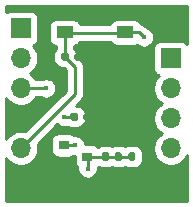
<source format=gbr>
%TF.GenerationSoftware,KiCad,Pcbnew,(5.1.7-0-10_14)*%
%TF.CreationDate,2020-11-09T13:54:58+00:00*%
%TF.ProjectId,STM32G031J6_Breakout,53544d33-3247-4303-9331-4a365f427265,rev?*%
%TF.SameCoordinates,Original*%
%TF.FileFunction,Copper,L2,Bot*%
%TF.FilePolarity,Positive*%
%FSLAX46Y46*%
G04 Gerber Fmt 4.6, Leading zero omitted, Abs format (unit mm)*
G04 Created by KiCad (PCBNEW (5.1.7-0-10_14)) date 2020-11-09 13:54:58*
%MOMM*%
%LPD*%
G01*
G04 APERTURE LIST*
%TA.AperFunction,ComponentPad*%
%ADD10O,1.700000X1.700000*%
%TD*%
%TA.AperFunction,ComponentPad*%
%ADD11R,1.700000X1.700000*%
%TD*%
%TA.AperFunction,SMDPad,CuDef*%
%ADD12R,0.900000X0.800000*%
%TD*%
%TA.AperFunction,SMDPad,CuDef*%
%ADD13R,1.450000X1.000000*%
%TD*%
%TA.AperFunction,ViaPad*%
%ADD14C,0.450000*%
%TD*%
%TA.AperFunction,Conductor*%
%ADD15C,0.250000*%
%TD*%
%TA.AperFunction,Conductor*%
%ADD16C,0.254000*%
%TD*%
%TA.AperFunction,Conductor*%
%ADD17C,0.100000*%
%TD*%
G04 APERTURE END LIST*
D10*
%TO.P,J4,4*%
%TO.N,/PA8*%
X142240000Y-101600000D03*
%TO.P,J4,3*%
%TO.N,/PA12*%
X142240000Y-99060000D03*
%TO.P,J4,2*%
%TO.N,/SWDIO*%
X142240000Y-96520000D03*
D11*
%TO.P,J4,1*%
%TO.N,/SWCLK*%
X142240000Y-93980000D03*
%TD*%
D10*
%TO.P,J1,5*%
%TO.N,/NRST*%
X129540000Y-101600000D03*
%TO.P,J1,4*%
%TO.N,GNDS*%
X129540000Y-99060000D03*
%TO.P,J1,3*%
%TO.N,+3V3*%
X129540000Y-96520000D03*
%TO.P,J1,2*%
%TO.N,/PB7*%
X129540000Y-93980000D03*
D11*
%TO.P,J1,1*%
%TO.N,/VIN*%
X129540000Y-91440000D03*
%TD*%
D12*
%TO.P,U1,3*%
%TO.N,/VIN*%
X133175500Y-101346000D03*
%TO.P,U1,2*%
%TO.N,+3V3*%
X135175500Y-102296000D03*
%TO.P,U1,1*%
%TO.N,GNDS*%
X135175500Y-100396000D03*
%TD*%
D13*
%TO.P,SW1,1*%
%TO.N,GNDS*%
X133251500Y-90082000D03*
X138401500Y-90082000D03*
%TO.P,SW1,2*%
%TO.N,/NRST*%
X138401500Y-91782000D03*
X133251500Y-91782000D03*
%TD*%
%TO.P,C5,2*%
%TO.N,GNDS*%
%TA.AperFunction,SMDPad,CuDef*%
G36*
G01*
X134058000Y-94008000D02*
X134058000Y-93698000D01*
G75*
G02*
X134213000Y-93543000I155000J0D01*
G01*
X134638000Y-93543000D01*
G75*
G02*
X134793000Y-93698000I0J-155000D01*
G01*
X134793000Y-94008000D01*
G75*
G02*
X134638000Y-94163000I-155000J0D01*
G01*
X134213000Y-94163000D01*
G75*
G02*
X134058000Y-94008000I0J155000D01*
G01*
G37*
%TD.AperFunction*%
%TO.P,C5,1*%
%TO.N,/NRST*%
%TA.AperFunction,SMDPad,CuDef*%
G36*
G01*
X132923000Y-94008000D02*
X132923000Y-93698000D01*
G75*
G02*
X133078000Y-93543000I155000J0D01*
G01*
X133503000Y-93543000D01*
G75*
G02*
X133658000Y-93698000I0J-155000D01*
G01*
X133658000Y-94008000D01*
G75*
G02*
X133503000Y-94163000I-155000J0D01*
G01*
X133078000Y-94163000D01*
G75*
G02*
X132923000Y-94008000I0J155000D01*
G01*
G37*
%TD.AperFunction*%
%TD*%
%TO.P,C4,2*%
%TO.N,GNDS*%
%TA.AperFunction,SMDPad,CuDef*%
G36*
G01*
X139093000Y-101527000D02*
X138783000Y-101527000D01*
G75*
G02*
X138628000Y-101372000I0J155000D01*
G01*
X138628000Y-100947000D01*
G75*
G02*
X138783000Y-100792000I155000J0D01*
G01*
X139093000Y-100792000D01*
G75*
G02*
X139248000Y-100947000I0J-155000D01*
G01*
X139248000Y-101372000D01*
G75*
G02*
X139093000Y-101527000I-155000J0D01*
G01*
G37*
%TD.AperFunction*%
%TO.P,C4,1*%
%TO.N,+3V3*%
%TA.AperFunction,SMDPad,CuDef*%
G36*
G01*
X139093000Y-102662000D02*
X138783000Y-102662000D01*
G75*
G02*
X138628000Y-102507000I0J155000D01*
G01*
X138628000Y-102082000D01*
G75*
G02*
X138783000Y-101927000I155000J0D01*
G01*
X139093000Y-101927000D01*
G75*
G02*
X139248000Y-102082000I0J-155000D01*
G01*
X139248000Y-102507000D01*
G75*
G02*
X139093000Y-102662000I-155000J0D01*
G01*
G37*
%TD.AperFunction*%
%TD*%
%TO.P,C3,2*%
%TO.N,GNDS*%
%TA.AperFunction,SMDPad,CuDef*%
G36*
G01*
X137950000Y-101527000D02*
X137640000Y-101527000D01*
G75*
G02*
X137485000Y-101372000I0J155000D01*
G01*
X137485000Y-100947000D01*
G75*
G02*
X137640000Y-100792000I155000J0D01*
G01*
X137950000Y-100792000D01*
G75*
G02*
X138105000Y-100947000I0J-155000D01*
G01*
X138105000Y-101372000D01*
G75*
G02*
X137950000Y-101527000I-155000J0D01*
G01*
G37*
%TD.AperFunction*%
%TO.P,C3,1*%
%TO.N,+3V3*%
%TA.AperFunction,SMDPad,CuDef*%
G36*
G01*
X137950000Y-102662000D02*
X137640000Y-102662000D01*
G75*
G02*
X137485000Y-102507000I0J155000D01*
G01*
X137485000Y-102082000D01*
G75*
G02*
X137640000Y-101927000I155000J0D01*
G01*
X137950000Y-101927000D01*
G75*
G02*
X138105000Y-102082000I0J-155000D01*
G01*
X138105000Y-102507000D01*
G75*
G02*
X137950000Y-102662000I-155000J0D01*
G01*
G37*
%TD.AperFunction*%
%TD*%
%TO.P,C2,2*%
%TO.N,GNDS*%
%TA.AperFunction,SMDPad,CuDef*%
G36*
G01*
X136870500Y-101527000D02*
X136560500Y-101527000D01*
G75*
G02*
X136405500Y-101372000I0J155000D01*
G01*
X136405500Y-100947000D01*
G75*
G02*
X136560500Y-100792000I155000J0D01*
G01*
X136870500Y-100792000D01*
G75*
G02*
X137025500Y-100947000I0J-155000D01*
G01*
X137025500Y-101372000D01*
G75*
G02*
X136870500Y-101527000I-155000J0D01*
G01*
G37*
%TD.AperFunction*%
%TO.P,C2,1*%
%TO.N,+3V3*%
%TA.AperFunction,SMDPad,CuDef*%
G36*
G01*
X136870500Y-102662000D02*
X136560500Y-102662000D01*
G75*
G02*
X136405500Y-102507000I0J155000D01*
G01*
X136405500Y-102082000D01*
G75*
G02*
X136560500Y-101927000I155000J0D01*
G01*
X136870500Y-101927000D01*
G75*
G02*
X137025500Y-102082000I0J-155000D01*
G01*
X137025500Y-102507000D01*
G75*
G02*
X136870500Y-102662000I-155000J0D01*
G01*
G37*
%TD.AperFunction*%
%TD*%
%TO.P,C1,2*%
%TO.N,GNDS*%
%TA.AperFunction,SMDPad,CuDef*%
G36*
G01*
X134820000Y-99088000D02*
X134820000Y-98778000D01*
G75*
G02*
X134975000Y-98623000I155000J0D01*
G01*
X135400000Y-98623000D01*
G75*
G02*
X135555000Y-98778000I0J-155000D01*
G01*
X135555000Y-99088000D01*
G75*
G02*
X135400000Y-99243000I-155000J0D01*
G01*
X134975000Y-99243000D01*
G75*
G02*
X134820000Y-99088000I0J155000D01*
G01*
G37*
%TD.AperFunction*%
%TO.P,C1,1*%
%TO.N,/VIN*%
%TA.AperFunction,SMDPad,CuDef*%
G36*
G01*
X133685000Y-99088000D02*
X133685000Y-98778000D01*
G75*
G02*
X133840000Y-98623000I155000J0D01*
G01*
X134265000Y-98623000D01*
G75*
G02*
X134420000Y-98778000I0J-155000D01*
G01*
X134420000Y-99088000D01*
G75*
G02*
X134265000Y-99243000I-155000J0D01*
G01*
X133840000Y-99243000D01*
G75*
G02*
X133685000Y-99088000I0J155000D01*
G01*
G37*
%TD.AperFunction*%
%TD*%
D14*
%TO.N,GNDS*%
X135255000Y-95123000D03*
X135890000Y-90932000D03*
X136461506Y-103759000D03*
%TO.N,+3V3*%
X135191500Y-103314500D03*
X131699000Y-96520000D03*
%TO.N,/NRST*%
X139954000Y-92202000D03*
%TO.N,/VIN*%
X134112000Y-101346000D03*
X133223000Y-98933000D03*
%TD*%
D15*
%TO.N,/NRST*%
X135534400Y-91821000D02*
X138401500Y-91821000D01*
X133251500Y-91821000D02*
X135534400Y-91821000D01*
X133251500Y-93814000D02*
X133290500Y-93853000D01*
X133251500Y-91782000D02*
X133251500Y-93814000D01*
%TO.N,/SWCLK*%
X142113000Y-93853000D02*
X142240000Y-93980000D01*
%TO.N,+3V3*%
X137603000Y-102296000D02*
X137604500Y-102294500D01*
X135175500Y-102296000D02*
X136714000Y-102296000D01*
X136715500Y-102294500D02*
X138938000Y-102294500D01*
X135191500Y-102312000D02*
X135175500Y-102296000D01*
X135191500Y-103314500D02*
X135191500Y-102312000D01*
X135109500Y-102362000D02*
X135175500Y-102296000D01*
X129540000Y-96520000D02*
X131699000Y-96520000D01*
%TO.N,/NRST*%
X139534000Y-91782000D02*
X138401500Y-91782000D01*
X139954000Y-92202000D02*
X139534000Y-91782000D01*
X134112000Y-97028000D02*
X129540000Y-101600000D01*
X134112000Y-94674500D02*
X134112000Y-97028000D01*
X133290500Y-93853000D02*
X134112000Y-94674500D01*
%TO.N,/VIN*%
X133175500Y-101346000D02*
X134112000Y-101346000D01*
X134052500Y-98933000D02*
X133223000Y-98933000D01*
%TD*%
D16*
%TO.N,GNDS*%
X143612000Y-92765104D02*
X143541185Y-92678815D01*
X143444494Y-92599463D01*
X143334180Y-92540498D01*
X143214482Y-92504188D01*
X143090000Y-92491928D01*
X141390000Y-92491928D01*
X141265518Y-92504188D01*
X141145820Y-92540498D01*
X141035506Y-92599463D01*
X140938815Y-92678815D01*
X140859463Y-92775506D01*
X140800498Y-92885820D01*
X140764188Y-93005518D01*
X140751928Y-93130000D01*
X140751928Y-94830000D01*
X140764188Y-94954482D01*
X140800498Y-95074180D01*
X140859463Y-95184494D01*
X140938815Y-95281185D01*
X141035506Y-95360537D01*
X141145820Y-95419502D01*
X141218380Y-95441513D01*
X141086525Y-95573368D01*
X140924010Y-95816589D01*
X140812068Y-96086842D01*
X140755000Y-96373740D01*
X140755000Y-96666260D01*
X140812068Y-96953158D01*
X140924010Y-97223411D01*
X141086525Y-97466632D01*
X141293368Y-97673475D01*
X141467760Y-97790000D01*
X141293368Y-97906525D01*
X141086525Y-98113368D01*
X140924010Y-98356589D01*
X140812068Y-98626842D01*
X140755000Y-98913740D01*
X140755000Y-99206260D01*
X140812068Y-99493158D01*
X140924010Y-99763411D01*
X141086525Y-100006632D01*
X141293368Y-100213475D01*
X141467760Y-100330000D01*
X141293368Y-100446525D01*
X141086525Y-100653368D01*
X140924010Y-100896589D01*
X140812068Y-101166842D01*
X140755000Y-101453740D01*
X140755000Y-101746260D01*
X140812068Y-102033158D01*
X140924010Y-102303411D01*
X141086525Y-102546632D01*
X141293368Y-102753475D01*
X141536589Y-102915990D01*
X141806842Y-103027932D01*
X142093740Y-103085000D01*
X142386260Y-103085000D01*
X142673158Y-103027932D01*
X142943411Y-102915990D01*
X143186632Y-102753475D01*
X143393475Y-102546632D01*
X143555990Y-102303411D01*
X143612001Y-102168189D01*
X143612001Y-106020000D01*
X128295000Y-106020000D01*
X128295000Y-102409655D01*
X128386525Y-102546632D01*
X128593368Y-102753475D01*
X128836589Y-102915990D01*
X129106842Y-103027932D01*
X129393740Y-103085000D01*
X129686260Y-103085000D01*
X129973158Y-103027932D01*
X130243411Y-102915990D01*
X130486632Y-102753475D01*
X130693475Y-102546632D01*
X130855990Y-102303411D01*
X130967932Y-102033158D01*
X131025000Y-101746260D01*
X131025000Y-101453740D01*
X130981209Y-101233592D01*
X131268801Y-100946000D01*
X132087428Y-100946000D01*
X132087428Y-101746000D01*
X132099688Y-101870482D01*
X132135998Y-101990180D01*
X132194963Y-102100494D01*
X132274315Y-102197185D01*
X132371006Y-102276537D01*
X132481320Y-102335502D01*
X132601018Y-102371812D01*
X132725500Y-102384072D01*
X133625500Y-102384072D01*
X133749982Y-102371812D01*
X133869680Y-102335502D01*
X133979994Y-102276537D01*
X134065944Y-102206000D01*
X134087428Y-102206000D01*
X134087428Y-102696000D01*
X134099688Y-102820482D01*
X134135998Y-102940180D01*
X134194963Y-103050494D01*
X134274315Y-103147185D01*
X134337601Y-103199123D01*
X134331500Y-103229797D01*
X134331500Y-103399203D01*
X134364549Y-103565353D01*
X134429378Y-103721863D01*
X134523495Y-103862718D01*
X134643282Y-103982505D01*
X134784137Y-104076622D01*
X134940647Y-104141451D01*
X135106797Y-104174500D01*
X135276203Y-104174500D01*
X135442353Y-104141451D01*
X135598863Y-104076622D01*
X135739718Y-103982505D01*
X135859505Y-103862718D01*
X135953622Y-103721863D01*
X136018451Y-103565353D01*
X136051500Y-103399203D01*
X136051500Y-103229797D01*
X136040908Y-103176546D01*
X136076685Y-103147185D01*
X136084644Y-103137487D01*
X136119893Y-103166415D01*
X136257004Y-103239703D01*
X136405779Y-103284833D01*
X136560500Y-103300072D01*
X136870500Y-103300072D01*
X137025221Y-103284833D01*
X137173996Y-103239703D01*
X137255250Y-103196271D01*
X137336504Y-103239703D01*
X137485279Y-103284833D01*
X137640000Y-103300072D01*
X137950000Y-103300072D01*
X138104721Y-103284833D01*
X138253496Y-103239703D01*
X138366500Y-103179301D01*
X138479504Y-103239703D01*
X138628279Y-103284833D01*
X138783000Y-103300072D01*
X139093000Y-103300072D01*
X139247721Y-103284833D01*
X139396496Y-103239703D01*
X139533607Y-103166415D01*
X139653787Y-103067787D01*
X139752415Y-102947607D01*
X139825703Y-102810496D01*
X139870833Y-102661721D01*
X139886072Y-102507000D01*
X139886072Y-102082000D01*
X139870833Y-101927279D01*
X139825703Y-101778504D01*
X139752415Y-101641393D01*
X139653787Y-101521213D01*
X139533607Y-101422585D01*
X139396496Y-101349297D01*
X139247721Y-101304167D01*
X139093000Y-101288928D01*
X138783000Y-101288928D01*
X138628279Y-101304167D01*
X138479504Y-101349297D01*
X138366500Y-101409699D01*
X138253496Y-101349297D01*
X138104721Y-101304167D01*
X137950000Y-101288928D01*
X137640000Y-101288928D01*
X137485279Y-101304167D01*
X137336504Y-101349297D01*
X137255250Y-101392729D01*
X137173996Y-101349297D01*
X137025221Y-101304167D01*
X136870500Y-101288928D01*
X136560500Y-101288928D01*
X136405779Y-101304167D01*
X136257004Y-101349297D01*
X136119893Y-101422585D01*
X136083173Y-101452720D01*
X136076685Y-101444815D01*
X135979994Y-101365463D01*
X135869680Y-101306498D01*
X135749982Y-101270188D01*
X135625500Y-101257928D01*
X134971330Y-101257928D01*
X134938951Y-101095147D01*
X134874122Y-100938637D01*
X134780005Y-100797782D01*
X134660218Y-100677995D01*
X134519363Y-100583878D01*
X134362853Y-100519049D01*
X134196703Y-100486000D01*
X134065944Y-100486000D01*
X133979994Y-100415463D01*
X133869680Y-100356498D01*
X133749982Y-100320188D01*
X133625500Y-100307928D01*
X132725500Y-100307928D01*
X132601018Y-100320188D01*
X132481320Y-100356498D01*
X132371006Y-100415463D01*
X132274315Y-100494815D01*
X132194963Y-100591506D01*
X132135998Y-100701820D01*
X132099688Y-100821518D01*
X132087428Y-100946000D01*
X131268801Y-100946000D01*
X132644290Y-99570513D01*
X132674782Y-99601005D01*
X132815637Y-99695122D01*
X132972147Y-99759951D01*
X133138297Y-99793000D01*
X133307703Y-99793000D01*
X133436679Y-99767345D01*
X133536504Y-99820703D01*
X133685279Y-99865833D01*
X133840000Y-99881072D01*
X134265000Y-99881072D01*
X134419721Y-99865833D01*
X134568496Y-99820703D01*
X134705607Y-99747415D01*
X134825787Y-99648787D01*
X134924415Y-99528607D01*
X134997703Y-99391496D01*
X135042833Y-99242721D01*
X135058072Y-99088000D01*
X135058072Y-98778000D01*
X135042833Y-98623279D01*
X134997703Y-98474504D01*
X134924415Y-98337393D01*
X134825787Y-98217213D01*
X134705607Y-98118585D01*
X134568496Y-98045297D01*
X134419721Y-98000167D01*
X134265000Y-97984928D01*
X134229875Y-97984928D01*
X134623008Y-97591795D01*
X134652001Y-97568001D01*
X134675795Y-97539008D01*
X134675799Y-97539004D01*
X134746973Y-97452277D01*
X134746974Y-97452276D01*
X134817546Y-97320247D01*
X134861003Y-97176986D01*
X134872000Y-97065333D01*
X134872000Y-97065324D01*
X134875676Y-97028001D01*
X134872000Y-96990678D01*
X134872000Y-94711822D01*
X134875676Y-94674499D01*
X134872000Y-94637176D01*
X134872000Y-94637167D01*
X134861003Y-94525514D01*
X134817546Y-94382253D01*
X134746974Y-94250224D01*
X134733811Y-94234185D01*
X134675799Y-94163496D01*
X134675795Y-94163492D01*
X134652001Y-94134499D01*
X134623009Y-94110706D01*
X134296072Y-93783770D01*
X134296072Y-93698000D01*
X134280833Y-93543279D01*
X134235703Y-93394504D01*
X134162415Y-93257393D01*
X134063787Y-93137213D01*
X134011500Y-93094303D01*
X134011500Y-92916625D01*
X134100982Y-92907812D01*
X134220680Y-92871502D01*
X134330994Y-92812537D01*
X134427685Y-92733185D01*
X134507037Y-92636494D01*
X134536700Y-92581000D01*
X137116300Y-92581000D01*
X137145963Y-92636494D01*
X137225315Y-92733185D01*
X137322006Y-92812537D01*
X137432320Y-92871502D01*
X137552018Y-92907812D01*
X137676500Y-92920072D01*
X139126500Y-92920072D01*
X139250982Y-92907812D01*
X139370680Y-92871502D01*
X139394530Y-92858753D01*
X139405782Y-92870005D01*
X139546637Y-92964122D01*
X139703147Y-93028951D01*
X139869297Y-93062000D01*
X140038703Y-93062000D01*
X140204853Y-93028951D01*
X140361363Y-92964122D01*
X140502218Y-92870005D01*
X140622005Y-92750218D01*
X140716122Y-92609363D01*
X140780951Y-92452853D01*
X140814000Y-92286703D01*
X140814000Y-92117297D01*
X140780951Y-91951147D01*
X140716122Y-91794637D01*
X140622005Y-91653782D01*
X140502218Y-91533995D01*
X140361363Y-91439878D01*
X140204853Y-91375049D01*
X140201104Y-91374303D01*
X140097804Y-91271003D01*
X140074001Y-91241999D01*
X139958276Y-91147026D01*
X139826247Y-91076454D01*
X139717737Y-91043538D01*
X139716002Y-91037820D01*
X139657037Y-90927506D01*
X139577685Y-90830815D01*
X139480994Y-90751463D01*
X139370680Y-90692498D01*
X139250982Y-90656188D01*
X139126500Y-90643928D01*
X137676500Y-90643928D01*
X137552018Y-90656188D01*
X137432320Y-90692498D01*
X137322006Y-90751463D01*
X137225315Y-90830815D01*
X137145963Y-90927506D01*
X137086998Y-91037820D01*
X137079966Y-91061000D01*
X134573034Y-91061000D01*
X134566002Y-91037820D01*
X134507037Y-90927506D01*
X134427685Y-90830815D01*
X134330994Y-90751463D01*
X134220680Y-90692498D01*
X134100982Y-90656188D01*
X133976500Y-90643928D01*
X132526500Y-90643928D01*
X132402018Y-90656188D01*
X132282320Y-90692498D01*
X132172006Y-90751463D01*
X132075315Y-90830815D01*
X131995963Y-90927506D01*
X131936998Y-91037820D01*
X131900688Y-91157518D01*
X131888428Y-91282000D01*
X131888428Y-92282000D01*
X131900688Y-92406482D01*
X131936998Y-92526180D01*
X131995963Y-92636494D01*
X132075315Y-92733185D01*
X132172006Y-92812537D01*
X132282320Y-92871502D01*
X132402018Y-92907812D01*
X132491501Y-92916625D01*
X132491501Y-93168544D01*
X132418585Y-93257393D01*
X132345297Y-93394504D01*
X132300167Y-93543279D01*
X132284928Y-93698000D01*
X132284928Y-94008000D01*
X132300167Y-94162721D01*
X132345297Y-94311496D01*
X132418585Y-94448607D01*
X132517213Y-94568787D01*
X132637393Y-94667415D01*
X132774504Y-94740703D01*
X132923279Y-94785833D01*
X133078000Y-94801072D01*
X133163770Y-94801072D01*
X133352000Y-94989303D01*
X133352001Y-96713196D01*
X129906408Y-100158791D01*
X129686260Y-100115000D01*
X129393740Y-100115000D01*
X129106842Y-100172068D01*
X128836589Y-100284010D01*
X128593368Y-100446525D01*
X128386525Y-100653368D01*
X128295000Y-100790345D01*
X128295000Y-97329655D01*
X128386525Y-97466632D01*
X128593368Y-97673475D01*
X128836589Y-97835990D01*
X129106842Y-97947932D01*
X129393740Y-98005000D01*
X129686260Y-98005000D01*
X129973158Y-97947932D01*
X130243411Y-97835990D01*
X130486632Y-97673475D01*
X130693475Y-97466632D01*
X130818178Y-97280000D01*
X131288461Y-97280000D01*
X131291637Y-97282122D01*
X131448147Y-97346951D01*
X131614297Y-97380000D01*
X131783703Y-97380000D01*
X131949853Y-97346951D01*
X132106363Y-97282122D01*
X132247218Y-97188005D01*
X132367005Y-97068218D01*
X132461122Y-96927363D01*
X132525951Y-96770853D01*
X132559000Y-96604703D01*
X132559000Y-96435297D01*
X132525951Y-96269147D01*
X132461122Y-96112637D01*
X132367005Y-95971782D01*
X132247218Y-95851995D01*
X132106363Y-95757878D01*
X131949853Y-95693049D01*
X131783703Y-95660000D01*
X131614297Y-95660000D01*
X131448147Y-95693049D01*
X131291637Y-95757878D01*
X131288461Y-95760000D01*
X130818178Y-95760000D01*
X130693475Y-95573368D01*
X130486632Y-95366525D01*
X130312240Y-95250000D01*
X130486632Y-95133475D01*
X130693475Y-94926632D01*
X130855990Y-94683411D01*
X130967932Y-94413158D01*
X131025000Y-94126260D01*
X131025000Y-93833740D01*
X130967932Y-93546842D01*
X130855990Y-93276589D01*
X130693475Y-93033368D01*
X130561620Y-92901513D01*
X130634180Y-92879502D01*
X130744494Y-92820537D01*
X130841185Y-92741185D01*
X130920537Y-92644494D01*
X130979502Y-92534180D01*
X131015812Y-92414482D01*
X131028072Y-92290000D01*
X131028072Y-90590000D01*
X131015812Y-90465518D01*
X130979502Y-90345820D01*
X130920537Y-90235506D01*
X130841185Y-90138815D01*
X130744494Y-90059463D01*
X130634180Y-90000498D01*
X130514482Y-89964188D01*
X130390000Y-89951928D01*
X128690000Y-89951928D01*
X128565518Y-89964188D01*
X128445820Y-90000498D01*
X128335506Y-90059463D01*
X128295000Y-90092705D01*
X128295000Y-89560000D01*
X143612000Y-89560000D01*
X143612000Y-92765104D01*
%TA.AperFunction,Conductor*%
D17*
G36*
X143612000Y-92765104D02*
G01*
X143541185Y-92678815D01*
X143444494Y-92599463D01*
X143334180Y-92540498D01*
X143214482Y-92504188D01*
X143090000Y-92491928D01*
X141390000Y-92491928D01*
X141265518Y-92504188D01*
X141145820Y-92540498D01*
X141035506Y-92599463D01*
X140938815Y-92678815D01*
X140859463Y-92775506D01*
X140800498Y-92885820D01*
X140764188Y-93005518D01*
X140751928Y-93130000D01*
X140751928Y-94830000D01*
X140764188Y-94954482D01*
X140800498Y-95074180D01*
X140859463Y-95184494D01*
X140938815Y-95281185D01*
X141035506Y-95360537D01*
X141145820Y-95419502D01*
X141218380Y-95441513D01*
X141086525Y-95573368D01*
X140924010Y-95816589D01*
X140812068Y-96086842D01*
X140755000Y-96373740D01*
X140755000Y-96666260D01*
X140812068Y-96953158D01*
X140924010Y-97223411D01*
X141086525Y-97466632D01*
X141293368Y-97673475D01*
X141467760Y-97790000D01*
X141293368Y-97906525D01*
X141086525Y-98113368D01*
X140924010Y-98356589D01*
X140812068Y-98626842D01*
X140755000Y-98913740D01*
X140755000Y-99206260D01*
X140812068Y-99493158D01*
X140924010Y-99763411D01*
X141086525Y-100006632D01*
X141293368Y-100213475D01*
X141467760Y-100330000D01*
X141293368Y-100446525D01*
X141086525Y-100653368D01*
X140924010Y-100896589D01*
X140812068Y-101166842D01*
X140755000Y-101453740D01*
X140755000Y-101746260D01*
X140812068Y-102033158D01*
X140924010Y-102303411D01*
X141086525Y-102546632D01*
X141293368Y-102753475D01*
X141536589Y-102915990D01*
X141806842Y-103027932D01*
X142093740Y-103085000D01*
X142386260Y-103085000D01*
X142673158Y-103027932D01*
X142943411Y-102915990D01*
X143186632Y-102753475D01*
X143393475Y-102546632D01*
X143555990Y-102303411D01*
X143612001Y-102168189D01*
X143612001Y-106020000D01*
X128295000Y-106020000D01*
X128295000Y-102409655D01*
X128386525Y-102546632D01*
X128593368Y-102753475D01*
X128836589Y-102915990D01*
X129106842Y-103027932D01*
X129393740Y-103085000D01*
X129686260Y-103085000D01*
X129973158Y-103027932D01*
X130243411Y-102915990D01*
X130486632Y-102753475D01*
X130693475Y-102546632D01*
X130855990Y-102303411D01*
X130967932Y-102033158D01*
X131025000Y-101746260D01*
X131025000Y-101453740D01*
X130981209Y-101233592D01*
X131268801Y-100946000D01*
X132087428Y-100946000D01*
X132087428Y-101746000D01*
X132099688Y-101870482D01*
X132135998Y-101990180D01*
X132194963Y-102100494D01*
X132274315Y-102197185D01*
X132371006Y-102276537D01*
X132481320Y-102335502D01*
X132601018Y-102371812D01*
X132725500Y-102384072D01*
X133625500Y-102384072D01*
X133749982Y-102371812D01*
X133869680Y-102335502D01*
X133979994Y-102276537D01*
X134065944Y-102206000D01*
X134087428Y-102206000D01*
X134087428Y-102696000D01*
X134099688Y-102820482D01*
X134135998Y-102940180D01*
X134194963Y-103050494D01*
X134274315Y-103147185D01*
X134337601Y-103199123D01*
X134331500Y-103229797D01*
X134331500Y-103399203D01*
X134364549Y-103565353D01*
X134429378Y-103721863D01*
X134523495Y-103862718D01*
X134643282Y-103982505D01*
X134784137Y-104076622D01*
X134940647Y-104141451D01*
X135106797Y-104174500D01*
X135276203Y-104174500D01*
X135442353Y-104141451D01*
X135598863Y-104076622D01*
X135739718Y-103982505D01*
X135859505Y-103862718D01*
X135953622Y-103721863D01*
X136018451Y-103565353D01*
X136051500Y-103399203D01*
X136051500Y-103229797D01*
X136040908Y-103176546D01*
X136076685Y-103147185D01*
X136084644Y-103137487D01*
X136119893Y-103166415D01*
X136257004Y-103239703D01*
X136405779Y-103284833D01*
X136560500Y-103300072D01*
X136870500Y-103300072D01*
X137025221Y-103284833D01*
X137173996Y-103239703D01*
X137255250Y-103196271D01*
X137336504Y-103239703D01*
X137485279Y-103284833D01*
X137640000Y-103300072D01*
X137950000Y-103300072D01*
X138104721Y-103284833D01*
X138253496Y-103239703D01*
X138366500Y-103179301D01*
X138479504Y-103239703D01*
X138628279Y-103284833D01*
X138783000Y-103300072D01*
X139093000Y-103300072D01*
X139247721Y-103284833D01*
X139396496Y-103239703D01*
X139533607Y-103166415D01*
X139653787Y-103067787D01*
X139752415Y-102947607D01*
X139825703Y-102810496D01*
X139870833Y-102661721D01*
X139886072Y-102507000D01*
X139886072Y-102082000D01*
X139870833Y-101927279D01*
X139825703Y-101778504D01*
X139752415Y-101641393D01*
X139653787Y-101521213D01*
X139533607Y-101422585D01*
X139396496Y-101349297D01*
X139247721Y-101304167D01*
X139093000Y-101288928D01*
X138783000Y-101288928D01*
X138628279Y-101304167D01*
X138479504Y-101349297D01*
X138366500Y-101409699D01*
X138253496Y-101349297D01*
X138104721Y-101304167D01*
X137950000Y-101288928D01*
X137640000Y-101288928D01*
X137485279Y-101304167D01*
X137336504Y-101349297D01*
X137255250Y-101392729D01*
X137173996Y-101349297D01*
X137025221Y-101304167D01*
X136870500Y-101288928D01*
X136560500Y-101288928D01*
X136405779Y-101304167D01*
X136257004Y-101349297D01*
X136119893Y-101422585D01*
X136083173Y-101452720D01*
X136076685Y-101444815D01*
X135979994Y-101365463D01*
X135869680Y-101306498D01*
X135749982Y-101270188D01*
X135625500Y-101257928D01*
X134971330Y-101257928D01*
X134938951Y-101095147D01*
X134874122Y-100938637D01*
X134780005Y-100797782D01*
X134660218Y-100677995D01*
X134519363Y-100583878D01*
X134362853Y-100519049D01*
X134196703Y-100486000D01*
X134065944Y-100486000D01*
X133979994Y-100415463D01*
X133869680Y-100356498D01*
X133749982Y-100320188D01*
X133625500Y-100307928D01*
X132725500Y-100307928D01*
X132601018Y-100320188D01*
X132481320Y-100356498D01*
X132371006Y-100415463D01*
X132274315Y-100494815D01*
X132194963Y-100591506D01*
X132135998Y-100701820D01*
X132099688Y-100821518D01*
X132087428Y-100946000D01*
X131268801Y-100946000D01*
X132644290Y-99570513D01*
X132674782Y-99601005D01*
X132815637Y-99695122D01*
X132972147Y-99759951D01*
X133138297Y-99793000D01*
X133307703Y-99793000D01*
X133436679Y-99767345D01*
X133536504Y-99820703D01*
X133685279Y-99865833D01*
X133840000Y-99881072D01*
X134265000Y-99881072D01*
X134419721Y-99865833D01*
X134568496Y-99820703D01*
X134705607Y-99747415D01*
X134825787Y-99648787D01*
X134924415Y-99528607D01*
X134997703Y-99391496D01*
X135042833Y-99242721D01*
X135058072Y-99088000D01*
X135058072Y-98778000D01*
X135042833Y-98623279D01*
X134997703Y-98474504D01*
X134924415Y-98337393D01*
X134825787Y-98217213D01*
X134705607Y-98118585D01*
X134568496Y-98045297D01*
X134419721Y-98000167D01*
X134265000Y-97984928D01*
X134229875Y-97984928D01*
X134623008Y-97591795D01*
X134652001Y-97568001D01*
X134675795Y-97539008D01*
X134675799Y-97539004D01*
X134746973Y-97452277D01*
X134746974Y-97452276D01*
X134817546Y-97320247D01*
X134861003Y-97176986D01*
X134872000Y-97065333D01*
X134872000Y-97065324D01*
X134875676Y-97028001D01*
X134872000Y-96990678D01*
X134872000Y-94711822D01*
X134875676Y-94674499D01*
X134872000Y-94637176D01*
X134872000Y-94637167D01*
X134861003Y-94525514D01*
X134817546Y-94382253D01*
X134746974Y-94250224D01*
X134733811Y-94234185D01*
X134675799Y-94163496D01*
X134675795Y-94163492D01*
X134652001Y-94134499D01*
X134623009Y-94110706D01*
X134296072Y-93783770D01*
X134296072Y-93698000D01*
X134280833Y-93543279D01*
X134235703Y-93394504D01*
X134162415Y-93257393D01*
X134063787Y-93137213D01*
X134011500Y-93094303D01*
X134011500Y-92916625D01*
X134100982Y-92907812D01*
X134220680Y-92871502D01*
X134330994Y-92812537D01*
X134427685Y-92733185D01*
X134507037Y-92636494D01*
X134536700Y-92581000D01*
X137116300Y-92581000D01*
X137145963Y-92636494D01*
X137225315Y-92733185D01*
X137322006Y-92812537D01*
X137432320Y-92871502D01*
X137552018Y-92907812D01*
X137676500Y-92920072D01*
X139126500Y-92920072D01*
X139250982Y-92907812D01*
X139370680Y-92871502D01*
X139394530Y-92858753D01*
X139405782Y-92870005D01*
X139546637Y-92964122D01*
X139703147Y-93028951D01*
X139869297Y-93062000D01*
X140038703Y-93062000D01*
X140204853Y-93028951D01*
X140361363Y-92964122D01*
X140502218Y-92870005D01*
X140622005Y-92750218D01*
X140716122Y-92609363D01*
X140780951Y-92452853D01*
X140814000Y-92286703D01*
X140814000Y-92117297D01*
X140780951Y-91951147D01*
X140716122Y-91794637D01*
X140622005Y-91653782D01*
X140502218Y-91533995D01*
X140361363Y-91439878D01*
X140204853Y-91375049D01*
X140201104Y-91374303D01*
X140097804Y-91271003D01*
X140074001Y-91241999D01*
X139958276Y-91147026D01*
X139826247Y-91076454D01*
X139717737Y-91043538D01*
X139716002Y-91037820D01*
X139657037Y-90927506D01*
X139577685Y-90830815D01*
X139480994Y-90751463D01*
X139370680Y-90692498D01*
X139250982Y-90656188D01*
X139126500Y-90643928D01*
X137676500Y-90643928D01*
X137552018Y-90656188D01*
X137432320Y-90692498D01*
X137322006Y-90751463D01*
X137225315Y-90830815D01*
X137145963Y-90927506D01*
X137086998Y-91037820D01*
X137079966Y-91061000D01*
X134573034Y-91061000D01*
X134566002Y-91037820D01*
X134507037Y-90927506D01*
X134427685Y-90830815D01*
X134330994Y-90751463D01*
X134220680Y-90692498D01*
X134100982Y-90656188D01*
X133976500Y-90643928D01*
X132526500Y-90643928D01*
X132402018Y-90656188D01*
X132282320Y-90692498D01*
X132172006Y-90751463D01*
X132075315Y-90830815D01*
X131995963Y-90927506D01*
X131936998Y-91037820D01*
X131900688Y-91157518D01*
X131888428Y-91282000D01*
X131888428Y-92282000D01*
X131900688Y-92406482D01*
X131936998Y-92526180D01*
X131995963Y-92636494D01*
X132075315Y-92733185D01*
X132172006Y-92812537D01*
X132282320Y-92871502D01*
X132402018Y-92907812D01*
X132491501Y-92916625D01*
X132491501Y-93168544D01*
X132418585Y-93257393D01*
X132345297Y-93394504D01*
X132300167Y-93543279D01*
X132284928Y-93698000D01*
X132284928Y-94008000D01*
X132300167Y-94162721D01*
X132345297Y-94311496D01*
X132418585Y-94448607D01*
X132517213Y-94568787D01*
X132637393Y-94667415D01*
X132774504Y-94740703D01*
X132923279Y-94785833D01*
X133078000Y-94801072D01*
X133163770Y-94801072D01*
X133352000Y-94989303D01*
X133352001Y-96713196D01*
X129906408Y-100158791D01*
X129686260Y-100115000D01*
X129393740Y-100115000D01*
X129106842Y-100172068D01*
X128836589Y-100284010D01*
X128593368Y-100446525D01*
X128386525Y-100653368D01*
X128295000Y-100790345D01*
X128295000Y-97329655D01*
X128386525Y-97466632D01*
X128593368Y-97673475D01*
X128836589Y-97835990D01*
X129106842Y-97947932D01*
X129393740Y-98005000D01*
X129686260Y-98005000D01*
X129973158Y-97947932D01*
X130243411Y-97835990D01*
X130486632Y-97673475D01*
X130693475Y-97466632D01*
X130818178Y-97280000D01*
X131288461Y-97280000D01*
X131291637Y-97282122D01*
X131448147Y-97346951D01*
X131614297Y-97380000D01*
X131783703Y-97380000D01*
X131949853Y-97346951D01*
X132106363Y-97282122D01*
X132247218Y-97188005D01*
X132367005Y-97068218D01*
X132461122Y-96927363D01*
X132525951Y-96770853D01*
X132559000Y-96604703D01*
X132559000Y-96435297D01*
X132525951Y-96269147D01*
X132461122Y-96112637D01*
X132367005Y-95971782D01*
X132247218Y-95851995D01*
X132106363Y-95757878D01*
X131949853Y-95693049D01*
X131783703Y-95660000D01*
X131614297Y-95660000D01*
X131448147Y-95693049D01*
X131291637Y-95757878D01*
X131288461Y-95760000D01*
X130818178Y-95760000D01*
X130693475Y-95573368D01*
X130486632Y-95366525D01*
X130312240Y-95250000D01*
X130486632Y-95133475D01*
X130693475Y-94926632D01*
X130855990Y-94683411D01*
X130967932Y-94413158D01*
X131025000Y-94126260D01*
X131025000Y-93833740D01*
X130967932Y-93546842D01*
X130855990Y-93276589D01*
X130693475Y-93033368D01*
X130561620Y-92901513D01*
X130634180Y-92879502D01*
X130744494Y-92820537D01*
X130841185Y-92741185D01*
X130920537Y-92644494D01*
X130979502Y-92534180D01*
X131015812Y-92414482D01*
X131028072Y-92290000D01*
X131028072Y-90590000D01*
X131015812Y-90465518D01*
X130979502Y-90345820D01*
X130920537Y-90235506D01*
X130841185Y-90138815D01*
X130744494Y-90059463D01*
X130634180Y-90000498D01*
X130514482Y-89964188D01*
X130390000Y-89951928D01*
X128690000Y-89951928D01*
X128565518Y-89964188D01*
X128445820Y-90000498D01*
X128335506Y-90059463D01*
X128295000Y-90092705D01*
X128295000Y-89560000D01*
X143612000Y-89560000D01*
X143612000Y-92765104D01*
G37*
%TD.AperFunction*%
%TD*%
M02*

</source>
